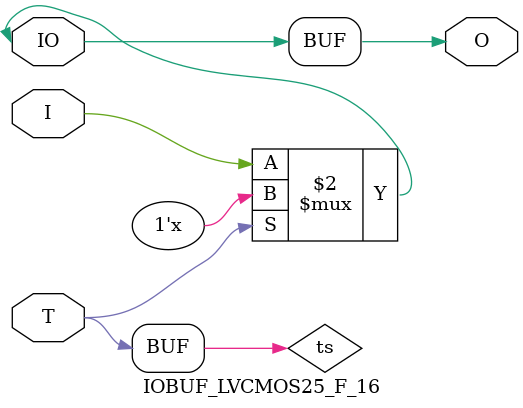
<source format=v>

/*

FUNCTION	: INPUT TRI-STATE OUTPUT BUFFER

*/

`celldefine
`timescale  100 ps / 10 ps

module IOBUF_LVCMOS25_F_16 (O, IO, I, T);

    output O;

    inout  IO;

    input  I, T;

    or O1 (ts, 1'b0, T);
    bufif0 T1 (IO, I, ts);

    buf B1 (O, IO);

endmodule

</source>
